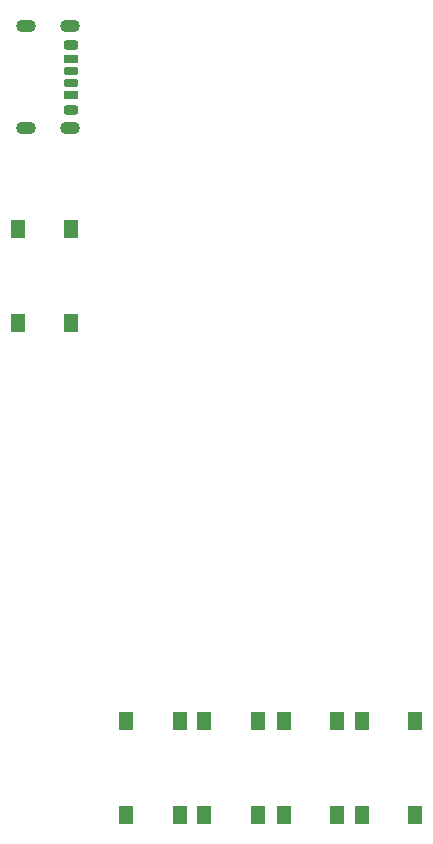
<source format=gbr>
%TF.GenerationSoftware,KiCad,Pcbnew,7.0.8*%
%TF.CreationDate,2023-11-29T08:53:45-05:00*%
%TF.ProjectId,clock,636c6f63-6b2e-46b6-9963-61645f706362,rev?*%
%TF.SameCoordinates,Original*%
%TF.FileFunction,Paste,Top*%
%TF.FilePolarity,Positive*%
%FSLAX46Y46*%
G04 Gerber Fmt 4.6, Leading zero omitted, Abs format (unit mm)*
G04 Created by KiCad (PCBNEW 7.0.8) date 2023-11-29 08:53:45*
%MOMM*%
%LPD*%
G01*
G04 APERTURE LIST*
G04 Aperture macros list*
%AMRoundRect*
0 Rectangle with rounded corners*
0 $1 Rounding radius*
0 $2 $3 $4 $5 $6 $7 $8 $9 X,Y pos of 4 corners*
0 Add a 4 corners polygon primitive as box body*
4,1,4,$2,$3,$4,$5,$6,$7,$8,$9,$2,$3,0*
0 Add four circle primitives for the rounded corners*
1,1,$1+$1,$2,$3*
1,1,$1+$1,$4,$5*
1,1,$1+$1,$6,$7*
1,1,$1+$1,$8,$9*
0 Add four rect primitives between the rounded corners*
20,1,$1+$1,$2,$3,$4,$5,0*
20,1,$1+$1,$4,$5,$6,$7,0*
20,1,$1+$1,$6,$7,$8,$9,0*
20,1,$1+$1,$8,$9,$2,$3,0*%
G04 Aperture macros list end*
%ADD10R,1.300000X1.550000*%
%ADD11RoundRect,0.175000X-0.425000X0.175000X-0.425000X-0.175000X0.425000X-0.175000X0.425000X0.175000X0*%
%ADD12RoundRect,0.190000X0.410000X-0.190000X0.410000X0.190000X-0.410000X0.190000X-0.410000X-0.190000X0*%
%ADD13RoundRect,0.200000X0.400000X-0.200000X0.400000X0.200000X-0.400000X0.200000X-0.400000X-0.200000X0*%
%ADD14RoundRect,0.175000X0.425000X-0.175000X0.425000X0.175000X-0.425000X0.175000X-0.425000X-0.175000X0*%
%ADD15RoundRect,0.190000X-0.410000X0.190000X-0.410000X-0.190000X0.410000X-0.190000X0.410000X0.190000X0*%
%ADD16RoundRect,0.200000X-0.400000X0.200000X-0.400000X-0.200000X0.400000X-0.200000X0.400000X0.200000X0*%
%ADD17O,1.700000X1.100000*%
G04 APERTURE END LIST*
D10*
%TO.C,SW3*%
X45938000Y-82689800D03*
X45938000Y-90639800D03*
X41438000Y-82689800D03*
X41438000Y-90639800D03*
%TD*%
%TO.C,SW5*%
X48042000Y-90639800D03*
X48042000Y-82689800D03*
X52542000Y-90639800D03*
X52542000Y-82689800D03*
%TD*%
%TO.C,SW4*%
X18948400Y-48996400D03*
X18948400Y-41046400D03*
X23448400Y-48996400D03*
X23448400Y-41046400D03*
%TD*%
%TO.C,SW2*%
X34732400Y-90639800D03*
X34732400Y-82689800D03*
X39232400Y-90639800D03*
X39232400Y-82689800D03*
%TD*%
%TO.C,SW1*%
X32628400Y-82689800D03*
X32628400Y-90639800D03*
X28128400Y-82689800D03*
X28128400Y-90639800D03*
%TD*%
D11*
%TO.C,J3*%
X23469600Y-27696000D03*
D12*
X23469600Y-29716000D03*
D13*
X23469600Y-30946000D03*
D14*
X23469600Y-28696000D03*
D15*
X23469600Y-26676000D03*
D16*
X23469600Y-25446000D03*
D17*
X23389600Y-23876000D03*
X19589600Y-23876000D03*
X23389600Y-32516000D03*
X19589600Y-32516000D03*
%TD*%
M02*

</source>
